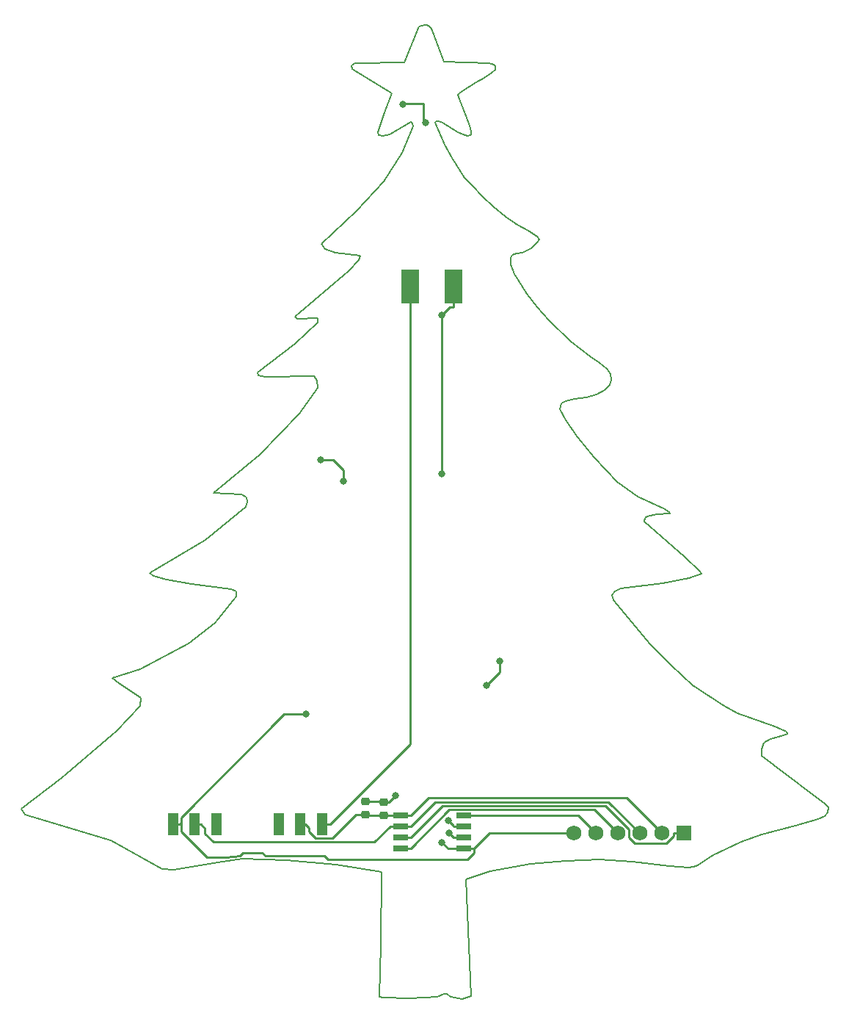
<source format=gbr>
%TF.GenerationSoftware,KiCad,Pcbnew,7.0.9*%
%TF.CreationDate,2023-11-22T22:42:55-07:00*%
%TF.ProjectId,OrnamentSCH,4f726e61-6d65-46e7-9453-43482e6b6963,rev?*%
%TF.SameCoordinates,Original*%
%TF.FileFunction,Copper,L2,Bot*%
%TF.FilePolarity,Positive*%
%FSLAX46Y46*%
G04 Gerber Fmt 4.6, Leading zero omitted, Abs format (unit mm)*
G04 Created by KiCad (PCBNEW 7.0.9) date 2023-11-22 22:42:55*
%MOMM*%
%LPD*%
G01*
G04 APERTURE LIST*
G04 Aperture macros list*
%AMRoundRect*
0 Rectangle with rounded corners*
0 $1 Rounding radius*
0 $2 $3 $4 $5 $6 $7 $8 $9 X,Y pos of 4 corners*
0 Add a 4 corners polygon primitive as box body*
4,1,4,$2,$3,$4,$5,$6,$7,$8,$9,$2,$3,0*
0 Add four circle primitives for the rounded corners*
1,1,$1+$1,$2,$3*
1,1,$1+$1,$4,$5*
1,1,$1+$1,$6,$7*
1,1,$1+$1,$8,$9*
0 Add four rect primitives between the rounded corners*
20,1,$1+$1,$2,$3,$4,$5,0*
20,1,$1+$1,$4,$5,$6,$7,0*
20,1,$1+$1,$6,$7,$8,$9,0*
20,1,$1+$1,$8,$9,$2,$3,0*%
G04 Aperture macros list end*
%TA.AperFunction,NonConductor*%
%ADD10C,0.200000*%
%TD*%
%TA.AperFunction,SMDPad,CuDef*%
%ADD11R,2.000000X4.000000*%
%TD*%
%TA.AperFunction,SMDPad,CuDef*%
%ADD12R,1.200000X2.500000*%
%TD*%
%TA.AperFunction,SMDPad,CuDef*%
%ADD13RoundRect,0.225000X0.250000X-0.225000X0.250000X0.225000X-0.250000X0.225000X-0.250000X-0.225000X0*%
%TD*%
%TA.AperFunction,SMDPad,CuDef*%
%ADD14R,1.750000X1.750000*%
%TD*%
%TA.AperFunction,SMDPad,CuDef*%
%ADD15C,1.750000*%
%TD*%
%TA.AperFunction,SMDPad,CuDef*%
%ADD16R,1.700000X0.650000*%
%TD*%
%TA.AperFunction,ViaPad*%
%ADD17C,0.800000*%
%TD*%
%TA.AperFunction,Conductor*%
%ADD18C,0.250000*%
%TD*%
G04 APERTURE END LIST*
D10*
X156750000Y-34860000D02*
X157040000Y-35000000D01*
X157270000Y-35310000D01*
X158700000Y-39100000D01*
X163830000Y-39290000D01*
X164180000Y-39330000D01*
X164430000Y-39410000D01*
X164580000Y-39490000D01*
X164660000Y-39630000D01*
X164660000Y-39830000D01*
X164600000Y-39980000D01*
X164200000Y-40390000D01*
X163350000Y-40980000D01*
X162460000Y-41500000D01*
X160820000Y-42500000D01*
X160510000Y-42690000D01*
X160360000Y-42810000D01*
X160320000Y-42900000D01*
X160500000Y-43410000D01*
X161000000Y-44700000D01*
X161650000Y-46490000D01*
X161860000Y-47170000D01*
X161830000Y-47430000D01*
X161720000Y-47570000D01*
X161410000Y-47600000D01*
X160940000Y-47500000D01*
X160300000Y-47210000D01*
X158530000Y-46130000D01*
X158090000Y-45920000D01*
X157810000Y-45920000D01*
X157680000Y-46110000D01*
X158790000Y-48620000D01*
X159630000Y-50200000D01*
X161080000Y-52450000D01*
X161980000Y-53430000D01*
X163110000Y-54580000D01*
X164410000Y-55770000D01*
X165800000Y-56930000D01*
X167190000Y-57890000D01*
X168440000Y-58520000D01*
X169450000Y-59270000D01*
X169700000Y-59590000D01*
X169470000Y-59920000D01*
X168790000Y-60560000D01*
X167790000Y-61100000D01*
X167060000Y-61170000D01*
X166600000Y-61350000D01*
X166390000Y-61680000D01*
X166390000Y-62480000D01*
X166800000Y-63590000D01*
X168290000Y-65860000D01*
X169480000Y-67400000D01*
X170780000Y-68860000D01*
X173350000Y-71360000D01*
X175510000Y-73040000D01*
X176650000Y-73770000D01*
X177500000Y-74500000D01*
X177930000Y-75040000D01*
X178040000Y-75720000D01*
X177820000Y-76340000D01*
X177210000Y-76930000D01*
X176270000Y-77420000D01*
X175090000Y-77810000D01*
X173810000Y-77980000D01*
X172730000Y-78170000D01*
X172210000Y-78450000D01*
X172100000Y-79100000D01*
X172750000Y-80440000D01*
X174090000Y-82340000D01*
X176030000Y-84710000D01*
X178680000Y-87490000D01*
X181060000Y-89200000D01*
X184180000Y-90680000D01*
X184750000Y-91050000D01*
X184790000Y-91200000D01*
X183290000Y-91270000D01*
X182160000Y-91470000D01*
X181860000Y-91700000D01*
X181810000Y-92120000D01*
X186430000Y-96130000D01*
X188190000Y-97760000D01*
X188390000Y-98140000D01*
X186960000Y-98650000D01*
X183890000Y-99180000D01*
X179080000Y-99820000D01*
X178400000Y-100120000D01*
X178120000Y-100540000D01*
X178250000Y-101140000D01*
X182500000Y-106200000D01*
X183180000Y-106930000D01*
X184870000Y-108640000D01*
X187440000Y-110970000D01*
X191060000Y-113320000D01*
X192590000Y-114160000D01*
X196920000Y-115750000D01*
X198260000Y-116300000D01*
X198360000Y-116580000D01*
X197940000Y-116750000D01*
X196380000Y-117130000D01*
X195620000Y-117600000D01*
X195350000Y-118340000D01*
X195350000Y-119090000D01*
X201260000Y-123560000D01*
X202620000Y-124590000D01*
X203050000Y-125020000D01*
X203010000Y-125640000D01*
X202630000Y-126040000D01*
X201850000Y-126380000D01*
X199240000Y-127110000D01*
X195320000Y-128200000D01*
X193020000Y-129000000D01*
X189770000Y-130530000D01*
X187800000Y-131800000D01*
X186990000Y-131990000D01*
X184690000Y-131810000D01*
X180500000Y-131300000D01*
X176670000Y-131020000D01*
X172780000Y-131170000D01*
X168680000Y-131540000D01*
X164070000Y-132380000D01*
X161220000Y-133360000D01*
X161810000Y-146790000D01*
X160830000Y-147090000D01*
X159470000Y-146910000D01*
X159040000Y-146510000D01*
X158730000Y-146510000D01*
X157900000Y-146840000D01*
X154730000Y-147050000D01*
X151630000Y-146980000D01*
X151290000Y-146860000D01*
X151440000Y-140860000D01*
X151540000Y-132440000D01*
X146230000Y-131630000D01*
X140460000Y-131160000D01*
X135450000Y-130980000D01*
X132630000Y-131350000D01*
X127500000Y-132190000D01*
X126150000Y-132160000D01*
X120280000Y-128830000D01*
X110380000Y-125830000D01*
X109910000Y-125190000D01*
X114580000Y-121670000D01*
X120900000Y-116190000D01*
X123670000Y-113310000D01*
X123690000Y-112390000D01*
X121160000Y-110720000D01*
X120420000Y-110120000D01*
X123650000Y-109090000D01*
X129230000Y-106180000D01*
X132260000Y-103770000D01*
X134770000Y-100710000D01*
X134730000Y-100120000D01*
X134120000Y-99890000D01*
X129570000Y-99320000D01*
X126660000Y-98770000D01*
X125160000Y-98340000D01*
X124780000Y-98010000D01*
X131150000Y-94230000D01*
X135850000Y-90400000D01*
X136010000Y-89810000D01*
X135910000Y-89290000D01*
X135330000Y-88960000D01*
X132130000Y-88780000D01*
X137430000Y-84360000D01*
X142050000Y-79630000D01*
X144100000Y-76710000D01*
X144080000Y-75860000D01*
X143700000Y-75300000D01*
X138000000Y-75400000D01*
X137320000Y-75280000D01*
X137170000Y-74890000D01*
X141500000Y-71570000D01*
X144160000Y-69140000D01*
X144170000Y-68670000D01*
X141740000Y-68680000D01*
X141510000Y-68440000D01*
X147720000Y-63250000D01*
X148920000Y-61960000D01*
X149010000Y-61420000D01*
X146150000Y-61130000D01*
X144970000Y-60660000D01*
X144540000Y-60050000D01*
X148620000Y-56300000D01*
X151740000Y-52930000D01*
X153850000Y-49590000D01*
X155110000Y-46570000D01*
X155080000Y-46230000D01*
X154890000Y-46070000D01*
X152450000Y-47430000D01*
X151670000Y-47620000D01*
X151200000Y-47530000D01*
X151100000Y-47220000D01*
X151830000Y-44910000D01*
X152670000Y-42770000D01*
X148150000Y-39970000D01*
X148040000Y-39540000D01*
X148490000Y-39250000D01*
X154100000Y-39140000D01*
X155840000Y-35000000D01*
X156490000Y-34830000D01*
X156540000Y-34830000D01*
X156750000Y-34860000D01*
D11*
%TO.P,J1,1,Pin_1*%
%TO.N,+3V0*%
X154762200Y-65024000D03*
%TO.P,J1,2,Pin_2*%
%TO.N,GND*%
X159762200Y-65024000D03*
%TD*%
D12*
%TO.P,SW2,1,A*%
%TO.N,unconnected-(SW2-A-Pad1)*%
X132440000Y-127000000D03*
%TO.P,SW2,2,B*%
%TO.N,/SCK*%
X129940000Y-127000000D03*
%TO.P,SW2,3,C*%
%TO.N,GND*%
X127440000Y-127000000D03*
%TD*%
D13*
%TO.P,C2,1*%
%TO.N,/VCC*%
X149640000Y-125910000D03*
%TO.P,C2,2*%
%TO.N,GND*%
X149640000Y-124360000D03*
%TD*%
D14*
%TO.P,J2,1,Pin_1*%
%TO.N,/MISO*%
X186359800Y-127990600D03*
D15*
%TO.P,J2,2,Pin_2*%
%TO.N,/VCC*%
X183819800Y-127990600D03*
%TO.P,J2,3,Pin_3*%
%TO.N,/SCK*%
X181279800Y-127990600D03*
%TO.P,J2,4,Pin_4*%
%TO.N,/MOSI*%
X178739800Y-127990600D03*
%TO.P,J2,5,Pin_5*%
%TO.N,/RESET*%
X176199800Y-127990600D03*
%TO.P,J2,6,Pin_6*%
%TO.N,GND*%
X173659800Y-127990600D03*
%TD*%
D12*
%TO.P,SW1,1,A*%
%TO.N,+3V0*%
X144640000Y-126980000D03*
%TO.P,SW1,2,B*%
%TO.N,/VCC*%
X142140000Y-126980000D03*
%TO.P,SW1,3,C*%
%TO.N,unconnected-(SW1-C-Pad3)*%
X139640000Y-126980000D03*
%TD*%
D13*
%TO.P,C1,1*%
%TO.N,/VCC*%
X151750000Y-125950000D03*
%TO.P,C1,2*%
%TO.N,GND*%
X151750000Y-124400000D03*
%TD*%
D16*
%TO.P,U1,1,~{RESET}/PB5*%
%TO.N,/RESET*%
X160985200Y-125958600D03*
%TO.P,U1,2,XTAL1/PB3*%
%TO.N,/PB3*%
X160985200Y-127228600D03*
%TO.P,U1,3,XTAL2/PB4*%
%TO.N,/PB4*%
X160985200Y-128498600D03*
%TO.P,U1,4,GND*%
%TO.N,GND*%
X160985200Y-129768600D03*
%TO.P,U1,5,AREF/PB0*%
%TO.N,/MOSI*%
X153685200Y-129768600D03*
%TO.P,U1,6,PB1*%
%TO.N,/MISO*%
X153685200Y-128498600D03*
%TO.P,U1,7,PB2*%
%TO.N,/SCK*%
X153685200Y-127228600D03*
%TO.P,U1,8,VCC*%
%TO.N,/VCC*%
X153685200Y-125958600D03*
%TD*%
D17*
%TO.N,/PB3*%
X153980000Y-44020000D03*
X159186800Y-126551500D03*
X156610000Y-46110000D03*
%TO.N,/PB4*%
X159318500Y-127995600D03*
%TO.N,GND*%
X158410800Y-68295500D03*
X163630000Y-110960000D03*
X153090000Y-123680000D03*
X165140000Y-108160000D03*
X147110000Y-87430000D03*
X158410800Y-86623200D03*
X142803500Y-114285500D03*
X158450000Y-129050000D03*
X144470000Y-84980000D03*
%TD*%
D18*
%TO.N,/PB3*%
X154100000Y-43900000D02*
X153980000Y-44020000D01*
X156300000Y-43900000D02*
X154100000Y-43900000D01*
X159809900Y-127174600D02*
X159186800Y-126551500D01*
X156300000Y-45800000D02*
X156300000Y-43900000D01*
X156610000Y-46110000D02*
X156300000Y-45800000D01*
X160985200Y-127228600D02*
X159809900Y-127228600D01*
X159809900Y-127228600D02*
X159809900Y-127174600D01*
%TO.N,/PB4*%
X159809900Y-128498600D02*
X159809900Y-128487000D01*
X160985200Y-128498600D02*
X159809900Y-128498600D01*
X159809900Y-128487000D02*
X159318500Y-127995600D01*
%TO.N,/RESET*%
X162160500Y-125958600D02*
X174167800Y-125958600D01*
X160985200Y-125958600D02*
X162160500Y-125958600D01*
X174167800Y-125958600D02*
X176199800Y-127990600D01*
%TO.N,GND*%
X144911051Y-130651051D02*
X145280000Y-131020000D01*
X147110000Y-86190000D02*
X147090000Y-86170000D01*
X162160500Y-130284700D02*
X161641500Y-130803700D01*
X145900000Y-84980000D02*
X144470000Y-84980000D01*
X135195212Y-130584788D02*
X135530000Y-130250000D01*
X159168600Y-129768600D02*
X160985200Y-129768600D01*
X131359400Y-130803700D02*
X133526742Y-130803700D01*
X140282000Y-114285500D02*
X128365300Y-126202200D01*
X151710000Y-124360000D02*
X151750000Y-124400000D01*
X145280000Y-131020000D02*
X161425200Y-131020000D01*
X158410800Y-68295500D02*
X158410800Y-86623200D01*
X160985200Y-129768600D02*
X162160500Y-129768600D01*
X147090000Y-86170000D02*
X145900000Y-84980000D01*
X127440000Y-127000000D02*
X128185300Y-127000000D01*
X173659800Y-127990600D02*
X163938500Y-127990600D01*
X161425200Y-131020000D02*
X161641500Y-130803700D01*
X163938500Y-127990600D02*
X162160500Y-129768600D01*
X165140000Y-109450000D02*
X163630000Y-110960000D01*
X128185300Y-127000000D02*
X128365300Y-126820000D01*
X151730000Y-124390000D02*
X151750000Y-124410000D01*
X137730000Y-130250000D02*
X138131051Y-130651051D01*
X159357000Y-67349300D02*
X158410800Y-68295500D01*
X158450000Y-129050000D02*
X159168600Y-129768600D01*
X128365300Y-127809600D02*
X131359400Y-130803700D01*
X162160500Y-129768600D02*
X162160500Y-130284700D01*
X135530000Y-130250000D02*
X137730000Y-130250000D01*
X151750000Y-124400000D02*
X152370000Y-124400000D01*
X128365300Y-126202200D02*
X128365300Y-127809600D01*
X152370000Y-124400000D02*
X153090000Y-123680000D01*
X159762200Y-67349300D02*
X159357000Y-67349300D01*
X147110000Y-87430000D02*
X147110000Y-86190000D01*
X138131051Y-130651051D02*
X144911051Y-130651051D01*
X165140000Y-108160000D02*
X165140000Y-109450000D01*
X133526742Y-130803700D02*
X135195212Y-130584788D01*
X142803500Y-114285500D02*
X140282000Y-114285500D01*
X159762200Y-65024000D02*
X159762200Y-67349300D01*
X149640000Y-124360000D02*
X151710000Y-124360000D01*
%TO.N,/MOSI*%
X154860500Y-129768600D02*
X159320900Y-125308200D01*
X159320900Y-125308200D02*
X176057400Y-125308200D01*
X153685200Y-129768600D02*
X154860500Y-129768600D01*
X176057400Y-125308200D02*
X178739800Y-127990600D01*
%TO.N,/MISO*%
X180723700Y-129190900D02*
X184334400Y-129190900D01*
X158513200Y-124845900D02*
X177300800Y-124845900D01*
X185159500Y-128365800D02*
X185159500Y-127990600D01*
X177300800Y-124845900D02*
X180009800Y-127554900D01*
X154860500Y-128498600D02*
X158513200Y-124845900D01*
X184334400Y-129190900D02*
X185159500Y-128365800D01*
X186359800Y-127990600D02*
X185159500Y-127990600D01*
X180009800Y-128477000D02*
X180723700Y-129190900D01*
X180009800Y-127554900D02*
X180009800Y-128477000D01*
X153685200Y-128498600D02*
X154860500Y-128498600D01*
%TO.N,/SCK*%
X153685200Y-127228600D02*
X154860500Y-127228600D01*
X130640000Y-127000000D02*
X131090000Y-127450000D01*
X154860500Y-127228600D02*
X157693600Y-124395500D01*
X131090000Y-127450000D02*
X131090000Y-128034300D01*
X150681100Y-129030900D02*
X152483400Y-127228600D01*
X157693600Y-124395500D02*
X177684700Y-124395500D01*
X132086600Y-129030900D02*
X150681100Y-129030900D01*
X152483400Y-127228600D02*
X153685200Y-127228600D01*
X177684700Y-124395500D02*
X181279800Y-127990600D01*
X129940000Y-127000000D02*
X130640000Y-127000000D01*
X131090000Y-128034300D02*
X132086600Y-129030900D01*
%TO.N,+3V0*%
X144640000Y-126980000D02*
X145565300Y-126980000D01*
X154762200Y-65024000D02*
X154762200Y-117783100D01*
X154762200Y-117783100D02*
X145565300Y-126980000D01*
%TO.N,/VCC*%
X156899400Y-123919700D02*
X154860500Y-125958600D01*
X183819800Y-127990600D02*
X179748900Y-123919700D01*
X149640000Y-125910000D02*
X148497700Y-125910000D01*
X145852400Y-128555300D02*
X143905200Y-128555300D01*
X153685200Y-125958600D02*
X151758600Y-125958600D01*
X143905200Y-128555300D02*
X143130000Y-127780100D01*
X143130000Y-127780100D02*
X143130000Y-127390000D01*
X148497700Y-125910000D02*
X145852400Y-128555300D01*
X143130000Y-127390000D02*
X142720000Y-126980000D01*
X151750000Y-125950000D02*
X149680000Y-125950000D01*
X151758600Y-125958600D02*
X151750000Y-125950000D01*
X149680000Y-125950000D02*
X149640000Y-125910000D01*
X149660000Y-125960000D02*
X149640000Y-125940000D01*
X153685200Y-125958600D02*
X154860500Y-125958600D01*
X179748900Y-123919700D02*
X156899400Y-123919700D01*
X142720000Y-126980000D02*
X142140000Y-126980000D01*
%TD*%
M02*

</source>
